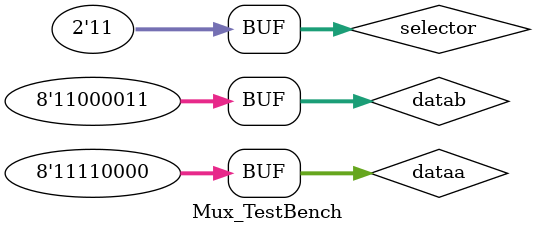
<source format=v>
module mux4 (
input [3:0] mux_in_a, mux_in_b,
input [1:0] mux_sel,
output reg [3:0] mux_out
);

always @ (*)
begin
	if (mux_sel == 0) begin
	mux_out = mux_in_a;
	end
	else begin
	mux_out = mux_in_b;
	end
end

endmodule

// testbench
module Mux_TestBench();
 reg [7:0] dataa;
 reg [7:0] datab;
 reg [1:0] selector;
 wire [3:0] aout;
 
 Mux mux(
 .dataa(dataa),
 .datab(datab),
 .selector(selector),
 .aout(aout),
 );

initial begin
 
 dataa = 8'b 1111_0000;
 datab = 8'b 1100_0011;
   selector = 2'b 00;
   #10
   selector = 2'b 01;
   #10
   selector = 2'b 10;
   #10
   selector = 2'b 11;
   
end

endmodule

</source>
